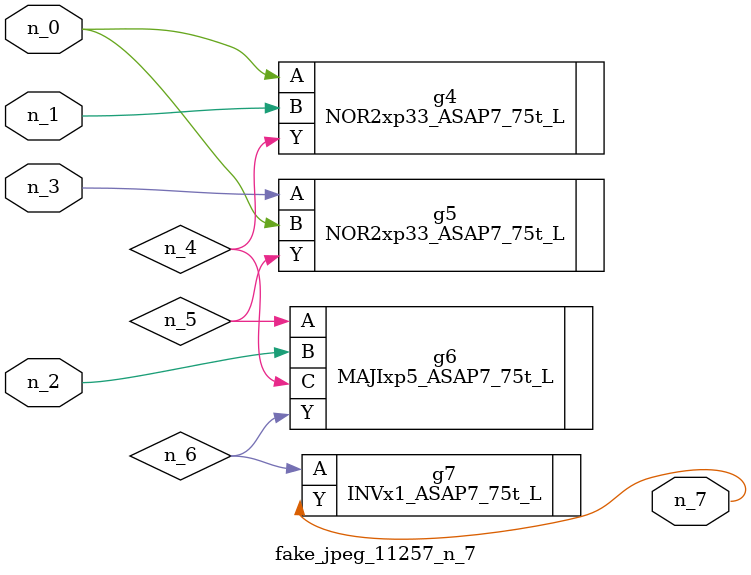
<source format=v>
module fake_jpeg_11257_n_7 (n_0, n_3, n_2, n_1, n_7);

input n_0;
input n_3;
input n_2;
input n_1;

output n_7;

wire n_4;
wire n_6;
wire n_5;

NOR2xp33_ASAP7_75t_L g4 ( 
.A(n_0),
.B(n_1),
.Y(n_4)
);

NOR2xp33_ASAP7_75t_L g5 ( 
.A(n_3),
.B(n_0),
.Y(n_5)
);

MAJIxp5_ASAP7_75t_L g6 ( 
.A(n_5),
.B(n_2),
.C(n_4),
.Y(n_6)
);

INVx1_ASAP7_75t_L g7 ( 
.A(n_6),
.Y(n_7)
);


endmodule
</source>
